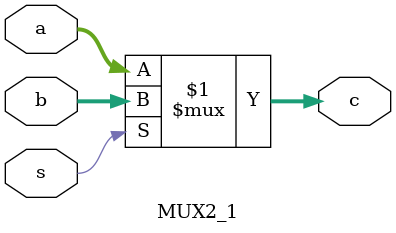
<source format=v>
`timescale 1ns / 1ps


module MUX2_1(a , b , s , c) ;
    input[ 31:0] a , b ;
    input s;
    output [31:0] c;
    assign c = s ? b : a;
endmodule

</source>
